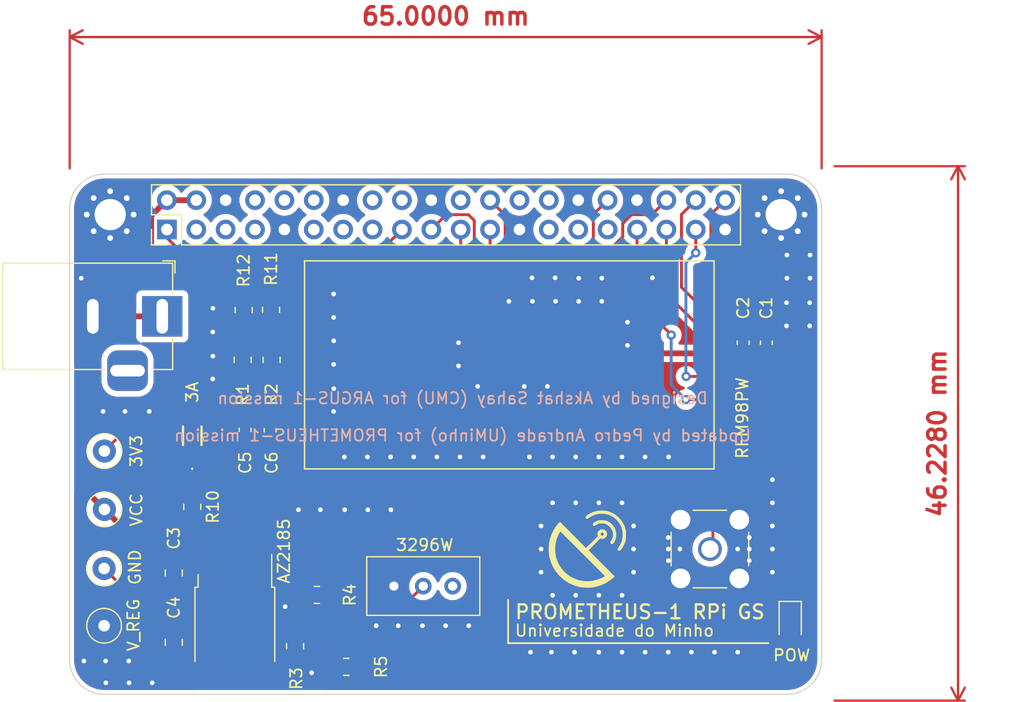
<source format=kicad_pcb>
(kicad_pcb (version 20221018) (generator pcbnew)
  (title_block (title "PROMETHEUS-1 Ground Station") (date "2024-01-14") (rev "v2") (company "LICENSE: CC BY 4.0") (comment 1 "Upgraded by Pedro Andrade (UMinho) for PROMETHEUS-1") (comment 2 "Designed by Akshat Sahay (CMU) for ARGUS-1"))
  (layers (0 "F.Cu" signal) (31 "B.Cu" signal) (34 "B.Paste" user) (35 "F.Paste" user) (36 "B.SilkS" user "B.Silkscreen") (37 "F.SilkS" user "F.Silkscreen") (38 "B.Mask" user) (39 "F.Mask" user) (44 "Edge.Cuts" user))
  (net 0 "")
  (net 1 "Net-(U2-VO)")
  (net 2 "GND")
  (net 3 "VCC")
  (net 5 "/V_REG")
  (net 13 "/RF_DIO5")
  (net 14 "/RF_DIO0")
  (net 15 "/RF_DIO1")
  (net 16 "/RF_DIO2")
  (net 17 "/RF_MOSI")
  (net 18 "/RF_MISO")
  (net 19 "/RF_DIO3")
  (net 20 "/RF_SCK")
  (net 21 "/RF_CS")
  (net 27 "/RF_RESET")
  (net 31 "/RF_DIO4")
  (net 34 "/RF_ANT")
  (net 35 "+3V3")
  (net 36 "/REG_ADJ")
  (net 37 "Net-(ERBRG3R00V1-Pad2)")
  (net 38 "/REG_POT")
  (net 39 "Net-(U1-3.3V)")
  (net 40 "Net-(J1-3V3-Pad1)")
  (net 41 "Net-(D1-A)")
  (footprint "Resistor_SMD:R_0805_2012Metric_Pad1.20x1.40mm_HandSolder" (layer "F.Cu") (at 126.699524 142.621 180)
    (fp_text reference "R5" (at -3 0 90) (layer "F.SilkS"))
    (fp_text value "200")
    (pad "1" smd roundrect (at -1 0 180) (size 1.2 1.4) (layers "F.Cu" "F.Paste" "F.Mask") (roundrect_rratio 0.2083333333) (net 41 "Net-(D1-A)"))
    (pad "2" smd roundrect (at 1 0 180) (size 1.2 1.4) (layers "F.Cu" "F.Paste" "F.Mask") (roundrect_rratio 0.2083333333) (net 5 "/V_REG"))
  )
  (footprint "Resistor_SMD:R_0805_2012Metric_Pad1.20x1.40mm_HandSolder" (layer "F.Cu") (at 113.380524 128.778 90)
    (fp_text reference "R10" (at 0 1.778 90) (layer "F.SilkS"))
    (fp_text value "0" hide)
    (pad "1" smd roundrect (at -1 0 90) (size 1.2 1.4) (layers "F.Cu" "F.Paste" "F.Mask") (roundrect_rratio 0.2083333333) (net 1 "Net-(U2-VO)"))
    (pad "2" smd roundrect (at 1 0 90) (size 1.2 1.4) (layers "F.Cu" "F.Paste" "F.Mask") (roundrect_rratio 0.2083333333) (net 5 "/V_REG"))
  )
  (footprint "TestPoint:TestPoint_Loop_D2.50mm_Drill1.0mm" (layer "F.Cu") (at 105.760524 134.112)
    (fp_text reference "J5" hide)
    (fp_text value "V_REG" hide)
    (pad "1" thru_hole circle (at 0 0) (size 2 2) (drill 1) (layers "*.Cu" "*.Mask") (net 5 "/V_REG"))
  )
  (footprint "TestPoint:TestPoint_Loop_D2.50mm_Drill1.0mm" (layer "F.Cu") (at 105.760524 139.065)
    (fp_text reference "J6" hide)
    (fp_text value "GND" hide)
    (pad "1" thru_hole circle (at 0 0) (size 2 2) (drill 1) (layers "*.Cu" "*.Mask") (net 2 "GND"))
  )
  (footprint "Resistor_SMD:R_0805_2012Metric_Pad1.20x1.40mm_HandSolder" (layer "F.Cu") (at 122.270524 140.827 90)
    (fp_text reference "R3" (at -2.81 0.11148 90) (layer "F.SilkS"))
    (fp_text value "2.8K" hide)
    (pad "1" smd roundrect (at -1 0 90) (size 1.2 1.4) (layers "F.Cu" "F.Paste" "F.Mask") (roundrect_rratio 0.2083333333) (net 1 "Net-(U2-VO)"))
    (pad "2" smd roundrect (at 1 0 90) (size 1.2 1.4) (layers "F.Cu" "F.Paste" "F.Mask") (roundrect_rratio 0.2083333333) (net 36 "/REG_ADJ"))
  )
  (footprint "Potentiometer_THT:Potentiometer_Bourns_3296W_Vertical" (layer "F.Cu") (at 130.81 135.636 180)
    (fp_text reference "3296W-1-502LF1" hide)
    (fp_text value "5K" hide)
    (pad "1" thru_hole circle (at 0 0 180) (size 1.44 1.44) (drill 0.8) (layers "*.Cu" "*.Mask") (net 2 "GND"))
    (pad "2" thru_hole circle (at -2.54 0 180) (size 1.44 1.44) (drill 0.8) (layers "*.Cu" "*.Mask") (net 38 "/REG_POT"))
    (pad "3" thru_hole circle (at -5.08 0 180) (size 1.44 1.44) (drill 0.8) (layers "*.Cu" "*.Mask"))
  )
  (footprint "Resistor_SMD:R_0805_2012Metric_Pad1.20x1.40mm_HandSolder" (layer "F.Cu") (at 120.238524 116.062 90)
    (fp_text reference "R2" (at -3 0 90) (layer "F.SilkS"))
    (fp_text value "10K" hide)
    (pad "1" smd roundrect (at -1 0 90) (size 1.2 1.4) (layers "F.Cu" "F.Paste" "F.Mask") (roundrect_rratio 0.2083333333) (net 21 "/RF_CS"))
    (pad "2" smd roundrect (at 1 0 90) (size 1.2 1.4) (layers "F.Cu" "F.Paste" "F.Mask") (roundrect_rratio 0.2083333333) (net 35 "+3V3"))
  )
  (footprint "Capacitor_SMD:C_0805_2012Metric_Pad1.18x1.45mm_HandSolder" (layer "F.Cu") (at 111.786044 134.5 -90)
    (fp_text reference "C3" (at -3 0 90) (layer "F.SilkS"))
    (fp_text value "10uF" hide)
    (pad "1" smd roundrect (at -1.0375 0 270) (size 1.175 1.45) (layers "F.Cu" "F.Paste" "F.Mask") (roundrect_rratio 0.2127659574) (net 3 "VCC"))
    (pad "2" smd roundrect (at 1.0375 0 270) (size 1.175 1.45) (layers "F.Cu" "F.Paste" "F.Mask") (roundrect_rratio 0.2127659574) (net 2 "GND"))
  )
  (footprint "Capacitor_SMD:C_0603_1608Metric_Pad1.08x0.95mm_HandSolder" (layer "F.Cu") (at 117.952524 122.121 -90)
    (fp_text reference "C5" (at 2.847 0 90) (layer "F.SilkS"))
    (fp_text value "0.1uF" hide)
    (pad "1" smd roundrect (at -0.8625 0 270) (size 1.075 0.95) (layers "F.Cu" "F.Paste" "F.Mask") (net 35 "+3V3"))
    (pad "2" smd roundrect (at 0.8625 0 270) (size 1.075 0.95) (layers "F.Cu" "F.Paste" "F.Mask") (net 2 "GND"))
  )
  (footprint "Capacitor_SMD:C_0603_1608Metric_Pad1.08x0.95mm_HandSolder" (layer "F.Cu") (at 161.005524 114.5805 90)
    (fp_text reference "C2" (at 3 0 90) (layer "F.SilkS"))
    (fp_text value "10uF")
    (pad "1" smd roundrect (at -0.8625 0 90) (size 1.075 0.95) (layers "F.Cu" "F.Paste" "F.Mask") (net 5 "/V_REG"))
    (pad "2" smd roundrect (at 0.8625 0 90) (size 1.075 0.95) (layers "F.Cu" "F.Paste" "F.Mask") (net 2 "GND"))
  )
  (footprint "Resistor_SMD:R_0805_2012Metric_Pad1.20x1.40mm_HandSolder" (layer "F.Cu") (at 117.825524 111.76 -90)
    (fp_text reference "R12" (at -3.429 0 90) (layer "F.SilkS"))
    (fp_text value "0" hide)
    (pad "1" smd roundrect (at -1 0 270) (size 1.2 1.4) (layers "F.Cu" "F.Paste" "F.Mask") (roundrect_rratio 0.2083333333) (net 40 "Net-(J1-3V3-Pad1)"))
    (pad "2" smd roundrect (at 1 0 270) (size 1.2 1.4) (layers "F.Cu" "F.Paste" "F.Mask") (roundrect_rratio 0.2083333333) (net 35 "+3V3"))
  )
  (footprint "Connector_Coaxial:SMA_Amphenol_901-144_Vertical" (layer "F.Cu") (at 158.132044 132.431)
    (fp_text reference "J2" hide)
    (fp_text value "Coax SMA")
    (pad "1" thru_hole circle (at 0 0) (size 2.05 2.05) (drill 1.5) (layers "*.Cu" "*.Mask") (net 34 "/RF_ANT"))
    (pad "2" thru_hole circle (at -2.54 -2.54) (size 2.25 2.25) (drill 1.7) (layers "*.Cu" "*.Mask") (net 2 "GND"))
    (pad "2" thru_hole circle (at -2.54 2.54) (size 2.25 2.25) (drill 1.7) (layers "*.Cu" "*.Mask") (net 2 "GND"))
    (pad "2" thru_hole circle (at 2.54 -2.54) (size 2.25 2.25) (drill 1.7) (layers "*.Cu" "*.Mask") (net 2 "GND"))
    (pad "2" thru_hole circle (at 2.54 2.54) (size 2.25 2.25) (drill 1.7) (layers "*.Cu" "*.Mask") (net 2 "GND"))
  )
  (footprint "Capacitor_SMD:C_0805_2012Metric_Pad1.18x1.45mm_HandSolder" (layer "F.Cu") (at 111.786044 140.5 90)
    (fp_text reference "C4" (at 3 0 90) (layer "F.SilkS"))
    (fp_text value "22uF" hide)
    (pad "1" smd roundrect (at -1.0375 0 90) (size 1.175 1.45) (layers "F.Cu" "F.Paste" "F.Mask") (roundrect_rratio 0.2127659574) (net 1 "Net-(U2-VO)"))
    (pad "2" smd roundrect (at 1.0375 0 90) (size 1.175 1.45) (layers "F.Cu" "F.Paste" "F.Mask") (roundrect_rratio 0.2127659574) (net 2 "GND"))
  )
  (footprint "MountingHole:MountingHole_2.7mm_M2.5_Pad_Via" (layer "F.Cu") (at 164.286044 103.5)
    (fp_text reference "H2" hide)
    (fp_text value "M")
    (pad "1" thru_hole circle (at -2.025 0) (size 0.8 0.8) (drill 0.5) (layers "*.Cu" "*.Mask") (net 2 "GND"))
    (pad "1" thru_hole circle (at -1.431891 -1.431891) (size 0.8 0.8) (drill 0.5) (layers "*.Cu" "*.Mask") (net 2 "GND"))
    (pad "1" thru_hole circle (at -1.431891 1.431891) (size 0.8 0.8) (drill 0.5) (layers "*.Cu" "*.Mask") (net 2 "GND"))
    (pad "1" thru_hole circle (at 0 -2.025) (size 0.8 0.8) (drill 0.5) (layers "*.Cu" "*.Mask") (net 2 "GND"))
    (pad "1" thru_hole circle (at 0 0) (size 5.4 5.4) (drill 2.7) (layers "*.Cu" "*.Mask") (net 2 "GND"))
    (pad "1" thru_hole circle (at 0 2.025) (size 0.8 0.8) (drill 0.5) (layers "*.Cu" "*.Mask") (net 2 "GND"))
    (pad "1" thru_hole circle (at 1.431891 -1.431891) (size 0.8 0.8) (drill 0.5) (layers "*.Cu" "*.Mask") (net 2 "GND"))
    (pad "1" thru_hole circle (at 1.431891 1.431891) (size 0.8 0.8) (drill 0.5) (layers "*.Cu" "*.Mask") (net 2 "GND"))
    (pad "1" thru_hole circle (at 2.025 0) (size 0.8 0.8) (drill 0.5) (layers "*.Cu" "*.Mask") (net 2 "GND"))
  )
  (footprint "Connector_PinSocket_2.54mm:PinSocket_2x20_P2.54mm_Vertical" (layer "F.Cu") (at 111.186044 104.79 90)
    (fp_text reference "J1" hide)
    (fp_text value "Raspberry_Pi_2_3")
    (pad "1" thru_hole rect (at 0 0 90) (size 1.7 1.7) (drill 1) (layers "*.Cu" "*.Mask") (net 40 "Net-(J1-3V3-Pad1)"))
    (pad "2" thru_hole oval (at 2.54 0 90) (size 1.7 1.7) (drill 1) (layers "*.Cu" "*.Mask") (net 37 "Net-(ERBRG3R00V1-Pad2)"))
    (pad "3" thru_hole oval (at 0 2.54 90) (size 1.7 1.7) (drill 1) (layers "*.Cu" "*.Mask"))
    (pad "4" thru_hole oval (at 2.54 2.54 90) (size 1.7 1.7) (drill 1) (layers "*.Cu" "*.Mask") (net 37 "Net-(ERBRG3R00V1-Pad2)"))
    (pad "5" thru_hole oval (at 0 5.08 90) (size 1.7 1.7) (drill 1) (layers "*.Cu" "*.Mask"))
    (pad "6" thru_hole oval (at 2.54 5.08 90) (size 1.7 1.7) (drill 1) (layers "*.Cu" "*.Mask") (net 2 "GND"))
    (pad "7" thru_hole oval (at 0 7.62 90) (size 1.7 1.7) (drill 1) (layers "*.Cu" "*.Mask"))
    (pad "8" thru_hole oval (at 2.54 7.62 90) (size 1.7 1.7) (drill 1) (layers "*.Cu" "*.Mask"))
    (pad "9" thru_hole oval (at 0 10.16 90) (size 1.7 1.7) (drill 1) (layers "*.Cu" "*.Mask") (net 2 "GND"))
    (pad "10" thru_hole oval (at 2.54 10.16 90) (size 1.7 1.7) (drill 1) (layers "*.Cu" "*.Mask"))
    (pad "11" thru_hole oval (at 0 12.7 90) (size 1.7 1.7) (drill 1) (layers "*.Cu" "*.Mask"))
    (pad "12" thru_hole oval (at 2.54 12.7 90) (size 1.7 1.7) (drill 1) (layers "*.Cu" "*.Mask"))
    (pad "13" thru_hole oval (at 0 15.24 90) (size 1.7 1.7) (drill 1) (layers "*.Cu" "*.Mask"))
    (pad "14" thru_hole oval (at 2.54 15.24 90) (size 1.7 1.7) (drill 1) (layers "*.Cu" "*.Mask") (net 2 "GND"))
    (pad "15" thru_hole oval (at 0 17.78 90) (size 1.7 1.7) (drill 1) (layers "*.Cu" "*.Mask"))
    (pad "16" thru_hole oval (at 2.54 17.78 90) (size 1.7 1.7) (drill 1) (layers "*.Cu" "*.Mask"))
    (pad "17" thru_hole oval (at 0 20.32 90) (size 1.7 1.7) (drill 1) (layers "*.Cu" "*.Mask") (net 40 "Net-(J1-3V3-Pad1)"))
    (pad "18" thru_hole oval (at 2.54 20.32 90) (size 1.7 1.7) (drill 1) (layers "*.Cu" "*.Mask"))
    (pad "19" thru_hole oval (at 0 22.86 90) (size 1.7 1.7) (drill 1) (layers "*.Cu" "*.Mask") (net 17 "/RF_MOSI"))
    (pad "20" thru_hole oval (at 2.54 22.86 90) (size 1.7 1.7) (drill 1) (layers "*.Cu" "*.Mask") (net 2 "GND"))
    (pad "21" thru_hole oval (at 0 25.4 90) (size 1.7 1.7) (drill 1) (layers "*.Cu" "*.Mask") (net 18 "/RF_MISO"))
    (pad "22" thru_hole oval (at 2.54 25.4 90) (size 1.7 1.7) (drill 1) (layers "*.Cu" "*.Mask"))
    (pad "23" thru_hole oval (at 0 27.94 90) (size 1.7 1.7) (drill 1) (layers "*.Cu" "*.Mask") (net 20 "/RF_SCK"))
    (pad "24" thru_hole oval (at 2.54 27.94 90) (size 1.7 1.7) (drill 1) (layers "*.Cu" "*.Mask") (net 21 "/RF_CS"))
    (pad "25" thru_hole oval (at 0 30.48 90) (size 1.7 1.7) (drill 1) (layers "*.Cu" "*.Mask") (net 2 "GND"))
    (pad "26" thru_hole oval (at 2.54 30.48 90) (size 1.7 1.7) (drill 1) (layers "*.Cu" "*.Mask"))
    (pad "27" thru_hole oval (at 0 33.02 90) (size 1.7 1.7) (drill 1) (layers "*.Cu" "*.Mask"))
    (pad "28" thru_hole oval (at 2.54 33.02 90) (size 1.7 1.7) (drill 1) (layers "*.Cu" "*.Mask"))
    (pad "29" thru_hole oval (at 0 35.56 90) (size 1.7 1.7) (drill 1) (layers "*.Cu" "*.Mask"))
    (pad "30" thru_hole oval (at 2.54 35.56 90) (size 1.7 1.7) (drill 1) (layers "*.Cu" "*.Mask") (net 2 "GND"))
    (pad "31" thru_hole oval (at 0 38.1 90) (size 1.7 1.7) (drill 1) (layers "*.Cu" "*.Mask"))
    (pad "32" thru_hole oval (at 2.54 38.1 90) (size 1.7 1.7) (drill 1) (layers "*.Cu" "*.Mask") (net 27 "/RF_RESET"))
    (pad "33" thru_hole oval (at 0 40.64 90) (size 1.7 1.7) (drill 1) (layers "*.Cu" "*.Mask") (net 19 "/RF_DIO3"))
    (pad "34" thru_hole oval (at 2.54 40.64 90) (size 1.7 1.7) (drill 1) (layers "*.Cu" "*.Mask") (net 2 "GND"))
    (pad "35" thru_hole oval (at 0 43.18 90) (size 1.7 1.7) (drill 1) (layers "*.Cu" "*.Mask") (net 14 "/RF_DIO0"))
    (pad "36" thru_hole oval (at 2.54 43.18 90) (size 1.7 1.7) (drill 1) (layers "*.Cu" "*.Mask") (net 13 "/RF_DIO5"))
    (pad "37" thru_hole oval (at 0 45.72 90) (size 1.7 1.7) (drill 1) (layers "*.Cu" "*.Mask") (net 31 "/RF_DIO4"))
    (pad "38" thru_hole oval (at 2.54 45.72 90) (size 1.7 1.7) (drill 1) (layers "*.Cu" "*.Mask") (net 15 "/RF_DIO1"))
    (pad "39" thru_hole oval (at 0 48.26 90) (size 1.7 1.7) (drill 1) (layers "*.Cu" "*.Mask") (net 2 "GND"))
    (pad "40" thru_hole oval (at 2.54 48.26 90) (size 1.7 1.7) (drill 1) (layers "*.Cu" "*.Mask") (net 16 "/RF_DIO2"))
  )
  (footprint "Package_TO_SOT_SMD:TO-252-2" (layer "F.Cu") (at 117.066044 139.04 -90)
    (fp_text reference "U2" hide)
    (fp_text value "AZ2185D-ADJTRG1\n" hide)
    (pad "1" smd roundrect (at -5.04 -2.28 270) (size 2.2 1.2) (layers "F.Cu" "F.Paste" "F.Mask") (roundrect_rratio 0.2083333333) (net 36 "/REG_ADJ"))
    (pad "2" smd roundrect (at -0.415 -1.525 270) (size 3.05 2.75) (layers "F.Cu" "F.Paste") (roundrect_rratio 0.09090909091) (net 1 "Net-(U2-VO)"))
    (pad "2" smd roundrect (at -0.415 1.525 270) (size 3.05 2.75) (layers "F.Cu" "F.Paste") (roundrect_rratio 0.09090909091) (net 1 "Net-(U2-VO)"))
    (pad "2" smd roundrect (at 1.26 0 270) (size 6.4 5.8) (layers "F.Cu" "F.Mask") (roundrect_rratio 0.04310293103) (net 1 "Net-(U2-VO)"))
    (pad "2" smd roundrect (at 2.935 -1.525 270) (size 3.05 2.75) (layers "F.Cu" "F.Paste") (roundrect_rratio 0.09090909091) (net 1 "Net-(U2-VO)"))
    (pad "2" smd roundrect (at 2.935 1.525 270) (size 3.05 2.75) (layers "F.Cu" "F.Paste") (roundrect_rratio 0.09090909091) (net 1 "Net-(U2-VO)"))
    (pad "3" smd roundrect (at -5.04 2.28 270) (size 2.2 1.2) (layers "F.Cu" "F.Paste" "F.Mask") (roundrect_rratio 0.2083333333) (net 3 "VCC"))
  )
  (footprint "Resistor_SMD:R_0805_2012Metric_Pad1.20x1.40mm_HandSolder" (layer "F.Cu") (at 117.738524 116.062 90)
    (fp_text reference "R1" (at -3 0 90) (layer "F.SilkS"))
    (fp_text value "10K" hide)
    (pad "1" smd roundrect (at -1 0 90) (size 1.2 1.4) (layers "F.Cu" "F.Paste" "F.Mask") (roundrect_rratio 0.2083333333) (net 27 "/RF_RESET"))
    (pad "2" smd roundrect (at 1 0 90) (size 1.2 1.4) (layers "F.Cu" "F.Paste" "F.Mask") (roundrect_rratio 0.2083333333) (net 35 "+3V3"))
  )
  (footprint "Resistor_SMD:R_0805_2012Metric_Pad1.20x1.40mm_HandSolder" (layer "F.Cu") (at 120.1928 111.744 90)
    (fp_text reference "R11" (at 3.54 0 90) (layer "F.SilkS"))
    (fp_text value "0")
    (pad "1" smd roundrect (at -1 0 90) (size 1.2 1.4) (layers "F.Cu" "F.Paste" "F.Mask") (roundrect_rratio 0.2083333333) (net 35 "+3V3"))
    (pad "2" smd roundrect (at 1 0 90) (size 1.2 1.4) (layers "F.Cu" "F.Paste" "F.Mask") (roundrect_rratio 0.2083333333) (net 39 "Net-(U1-3.3V)"))
  )
  (footprint "RF_Module_HOPERF:RFM95PW" (layer "F.Cu") (at 140.786044 116)
    (fp_text reference "U1" hide)
    (fp_text value "RFM98PW" hide)
    (pad "1" smd rect (at 17.6 7.5) (size 2 1.3) (layers "F.Cu" "F.Paste" "F.Mask") (net 34 "/RF_ANT"))
    (pad "2" smd rect (at 17.6 5.5) (size 2 1.3) (layers "F.Cu" "F.Paste" "F.Mask") (net 2 "GND"))
    (pad "3" smd rect (at 17.6 3.5) (size 2 1.3) (layers "F.Cu" "F.Paste" "F.Mask") (net 19 "/RF_DIO3"))
    (pad "4" smd rect (at 17.6 1.5) (size 2 1.3) (layers "F.Cu" "F.Paste" "F.Mask") (net 31 "/RF_DIO4"))
    (pad "5" smd rect (at 17.6 -0.5) (size 2 1.3) (layers "F.Cu" "F.Paste" "F.Mask") (net 5 "/V_REG"))
    (pad "6" smd rect (at 17.6 -2.5) (size 2 1.3) (layers "F.Cu" "F.Paste" "F.Mask") (net 14 "/RF_DIO0"))
    (pad "7" smd rect (at 17.6 -4.5) (size 2 1.3) (layers "F.Cu" "F.Paste" "F.Mask") (net 15 "/RF_DIO1"))
    (pad "8" smd rect (at 17.6 -6.5) (size 2 1.3) (layers "F.Cu" "F.Paste" "F.Mask") (net 16 "/RF_DIO2"))
    (pad "9" smd rect (at -17.4 -6.5) (size 2 1.3) (layers "F.Cu" "F.Paste" "F.Mask") (net 39 "Net-(U1-3.3V)"))
    (pad "10" smd rect (at -17.4 -4.5) (size 2 1.3) (layers "F.Cu" "F.Paste" "F.Mask") (net 18 "/RF_MISO"))
    (pad "11" smd rect (at -17.4 -2.5) (size 2 1.3) (layers "F.Cu" "F.Paste" "F.Mask") (net 17 "/RF_MOSI"))
    (pad "12" smd rect (at -17.4 -0.5) (size 2 1.3) (layers "F.Cu" "F.Paste" "F.Mask") (net 20 "/RF_SCK"))
    (pad "13" smd rect (at -17.4 1.5) (size 2 1.3) (layers "F.Cu" "F.Paste" "F.Mask") (net 21 "/RF_CS"))
    (pad "14" smd rect (at -17.4 3.5) (size 2 1.3) (layers "F.Cu" "F.Paste" "F.Mask") (net 27 "/RF_RESET"))
    (pad "15" smd rect (at -17.4 5.5) (size 2 1.3) (layers "F.Cu" "F.Paste" "F.Mask") (net 13 "/RF_DIO5"))
    (pad "16" smd rect (at -17.4 7.5) (size 2 1.3) (layers "F.Cu" "F.Paste" "F.Mask") (net 2 "GND"))
    (pad "17" smd rect (at 3.0325 -1.25) (size 11.5 4.7) (layers "F.Cu" "F.Mask") (net 2 "GND"))
  )
  (footprint "Connector_BarrelJack:BarrelJack_Horizontal" (layer "F.Cu") (at 110.786044 112.3)
    (fp_text reference "J3" hide)
    (fp_text value "Barrel_Jack")
    (pad "1" thru_hole rect (at 0 0) (size 3.5 3.5) (drill oval 1 3) (layers "*.Cu" "*.Mask") (net 3 "VCC"))
    (pad "2" thru_hole roundrect (at -6 0) (size 3 3.5) (drill oval 1 3) (layers "*.Cu" "*.Mask") (net 2 "GND"))
    (pad "3" thru_hole roundrect (at -3 4.7) (size 3.5 3.5) (drill oval 3 1) (layers "*.Cu" "*.Mask"))
  )
  (footprint "Capacitor_SMD:C_0603_1608Metric_Pad1.08x0.95mm_HandSolder" (layer "F.Cu") (at 163.005524 114.5805 90)
    (fp_text reference "C1" (at 3 0 90) (layer "F.SilkS"))
    (fp_text value "0.1uF")
    (pad "1" smd roundrect (at -0.8625 0 90) (size 1.075 0.95) (layers "F.Cu" "F.Paste" "F.Mask") (net 5 "/V_REG"))
    (pad "2" smd roundrect (at 0.8625 0 90) (size 1.075 0.95) (layers "F.Cu" "F.Paste" "F.Mask") (net 2 "GND"))
  )
  (footprint ".MyLib:ERBRG4R00V" (layer "F.Cu") (at 113.380524 122.629 90)
    (fp_text reference "ERBRG3R00V1" hide)
    (fp_text value "3A" hide)
    (pad "1" smd rect (at -1.725 0 90) (size 1.25 1.5) (layers "F.Cu" "F.Paste" "F.Mask") (net 5 "/V_REG"))
    (pad "2" smd rect (at 1.725 0 90) (size 1.25 1.5) (layers "F.Cu" "F.Paste" "F.Mask") (net 37 "Net-(ERBRG3R00V1-Pad2)"))
  )
  (footprint "Resistor_SMD:R_0805_2012Metric_Pad1.20x1.40mm_HandSolder" (layer "F.Cu") (at 124.159524 136.398)
    (fp_text reference "R4" (at 2.840476 0 90) (layer "F.SilkS"))
    (fp_text value "8.2K" hide)
    (pad "1" smd roundrect (at -1 0) (size 1.2 1.4) (layers "F.Cu" "F.Paste" "F.Mask") (roundrect_rratio 0.2083333333) (net 36 "/REG_ADJ"))
    (pad "2" smd roundrect (at 1 0) (size 1.2 1.4) (layers "F.Cu" "F.Paste" "F.Mask") (roundrect_rratio 0.2083333333) (net 38 "/REG_POT"))
  )
  (footprint "LED_SMD:LED_0805_2012Metric_Pad1.15x1.40mm_HandSolder" (layer "F.Cu") (at 165.069524 138.82 -90)
    (fp_text reference "D1" hide)
    (fp_text value "POW" (at 2.803 -0.127) (layer "F.SilkS"))
    (pad "1" smd roundrect (at -1.025 0 270) (size 1.15 1.4) (layers "F.Cu" "F.Paste" "F.Mask") (roundrect_rratio 0.2173913043) (net 2 "GND"))
    (pad "2" smd roundrect (at 1.025 0 270) (size 1.15 1.4) (layers "F.Cu" "F.Paste" "F.Mask") (roundrect_rratio 0.2173913043) (net 41 "Net-(D1-A)"))
  )
  (footprint "TestPoint:TestPoint_Loop_D2.50mm_Drill1.0mm" (layer "F.Cu") (at 105.786044 123.952)
    (fp_text reference "J7" hide)
    (fp_text value "3.3V" hide)
    (pad "1" thru_hole circle (at 0 0) (size 2 2) (drill 1) (layers "*.Cu" "*.Mask") (net 35 "+3V3"))
  )
  (footprint "Capacitor_SMD:C_0603_1608Metric_Pad1.08x0.95mm_HandSolder" (layer "F.Cu") (at 120.111524 122.1475 -90)
    (fp_text reference "C6" (at 2.8205 -0.127 90) (layer "F.SilkS"))
    (fp_text value "0.1uF" hide)
    (pad "1" smd roundrect (at -0.8625 0 270) (size 1.075 0.95) (layers "F.Cu" "F.Paste" "F.Mask") (net 35 "+3V3"))
    (pad "2" smd roundrect (at 0.8625 0 270) (size 1.075 0.95) (layers "F.Cu" "F.Paste" "F.Mask") (net 2 "GND"))
  )
  (footprint "TestPoint:TestPoint_Loop_D2.50mm_Drill1.0mm" (layer "F.Cu") (at 105.786044 129)
    (fp_text reference "J4" hide)
    (fp_text value "VCC" hide)
    (pad "1" thru_hole circle (at 0 0) (size 2 2) (drill 1) (layers "*.Cu" "*.Mask") (net 3 "VCC"))
  )
  (footprint "MountingHole:MountingHole_2.7mm_M2.5_Pad_Via" (layer "F.Cu") (at 106.286044 103.5)
    (fp_text reference "H1" hide)
    (fp_text value "M")
    (pad "1" thru_hole circle (at -2.025 0) (size 0.8 0.8) (drill 0.5) (layers "*.Cu" "*.Mask") (net 2 "GND"))
    (pad "1" thru_hole circle (at -1.431891 -1.431891) (size 0.8 0.8) (drill 0.5) (layers "*.Cu" "*.Mask") (net 2 "GND"))
    (pad "1" thru_hole circle (at -1.431891 1.431891) (size 0.8 0.8) (drill 0.5) (layers "*.Cu" "*.Mask") (net 2 "GND"))
    (pad "1" thru_hole circle (at 0 -2.025) (size 0.8 0.8) (drill 0.5) (layers "*.Cu" "*.Mask") (net 2 "GND"))
    (pad "1" thru_hole circle (at 0 0) (size 5.4 5.4) (drill 2.7) (layers "*.Cu" "*.Mask") (net 2 "GND"))
    (pad "1" thru_hole circle (at 0 2.025) (size 0.8 0.8) (drill 0.5) (layers "*.Cu" "*.Mask") (net 2 "GND"))
    (pad "1" thru_hole circle (at 1.431891 -1.431891) (size 0.8 0.8) (drill 0.5) (layers "*.Cu" "*.Mask") (net 2 "GND"))
    (pad "1" thru_hole circle (at 1.431891 1.431891) (size 0.8 0.8) (drill 0.5) (layers "*.Cu" "*.Mask") (net 2 "GND"))
    (pad "1" thru_hole circle (at 2.025 0) (size 0.8 0.8) (drill 0.5) (layers "*.Cu" "*.Mask") (net 2 "GND"))
  )
  (footprint "LOGO" (layer "F.Cu") (at 147.532044 132.431)
    (fp_text reference "G***" hide)
    (fp_text value "LOGO" hide)
  )
  (gr_line (start 140.685524 140.073) (end 140.685524 140.573) (stroke (width 0.15)) (layer "F.SilkS"))
  (gr_line (start 140.685524 140.573) (end 163.185524 140.573) (stroke (width 0.15)) (layer "F.SilkS"))
  (gr_line (start 140.685524 140.073) (end 140.685524 136.823) (stroke (width 0.15)) (layer "F.SilkS"))
  (gr_line (start 167.786048 103) (end 167.786048 137) (stroke (width 0.1)) (layer "Edge.Cuts"))
  (gr_arc (start 164.786048 100) (mid 166.907417 100.878653) (end 167.786048 103) (stroke (width 0.1)) (layer "Edge.Cuts"))
  (gr_line (start 102.786048 103) (end 102.786048 137) (stroke (width 0.1)) (layer "Edge.Cuts"))
  (gr_arc (start 102.786048 103) (mid 103.664758 100.878717) (end 105.786048 100) (stroke (width 0.1)) (layer "Edge.Cuts"))
  (gr_line (start 164.786048 145) (end 105.786048 145) (stroke (width 0.1)) (layer "Edge.Cuts"))
  (gr_line (start 102.786048 137) (end 102.786048 142) (stroke (width 0.1)) (layer "Edge.Cuts"))
  (gr_arc (start 105.786048 145) (mid 103.664777 144.121293) (end 102.786048 142) (stroke (width 0.1)) (layer "Edge.Cuts"))
  (gr_line (start 167.786048 137) (end 167.786048 142) (stroke (width 0.1)) (layer "Edge.Cuts"))
  (gr_line (start 105.786048 100) (end 164.786048 100) (stroke (width 0.1)) (layer "Edge.Cuts"))
  (gr_arc (start 167.786048 142) (mid 166.907399 144.121358) (end 164.786048 145) (stroke (width 0.1)) (layer "Edge.Cuts"))
  (gr_text "Designed by Akshat Sahay (CMU) for ARGUS-1 mission\n\nUpdated by Pedro Andrade (UMinho) for PROMETHEUS-1 mission\n" (at 136.748524 123.19) (layer "B.SilkS") (effects (font (size 1 1)) (justify bottom mirror)))
  (gr_text "3296W" (at 133.477 132.08) (layer "F.SilkS") (effects (font (size 1 1))))
  (gr_text "RFM98PW" (at 161.513524 124.714 90) (layer "F.SilkS") (effects (font (size 1 1)) (justify left bottom)))
  (gr_text "VCC" (at 108.554524 129.032 90) (layer "F.SilkS") (effects (font (size 1 1))))
  (gr_text "GND" (at 108.427524 134 90) (layer "F.SilkS") (effects (font (size 1 1))))
  (gr_text "3A\n" (at 113.380524 118.872 90) (layer "F.SilkS") (effects (font (size 1 1))))
  (gr_text "3V3" (at 108.554524 123.952 90) (layer "F.SilkS") (effects (font (size 1 1))))
  (gr_text "AZ2185" (at 121.889524 135.509 90) (layer "F.SilkS") (effects (font (size 1 1)) (justify left bottom)))
  (gr_text "PROMETHEUS-1 RPi GS" (at 141.185524 138.573) (layer "F.SilkS") (effects (font (size 1.2 1.2) (thickness 0.2)) (justify left bottom)))
  (gr_text "Universidade do Minho" (at 141.185524 140.073) (layer "F.SilkS") (effects (font (size 1 1)) (justify left bottom)))
  (gr_text "V_REG\n" (at 108.300524 139 90) (layer "F.SilkS") (effects (font (size 1 1))))
  (dimension (type aligned) (layer "F.Cu") (pts (xy 168.402 145.542) (xy 168.402 99.314)) (height 11.176) (gr_text "46.2280 mm" (at 177.778 122.428 90) (layer "F.Cu") (effects (font (size 1.5 1.5) (thickness 0.3)))) (format (prefix "") (suffix "") (units 3) (units_format 1) (precision 4)) (style (thickness 0.2) (arrow_length 1.27) (text_position_mode 0) (extension_height 0.58642) (extension_offset 0.5) keep_text_aligned))
  (dimension (type aligned) (layer "F.Cu") (pts (xy 102.786048 100) (xy 167.786048 100)) (height -11.862) (gr_text "65.0000 mm" (at 135.286048 86.338) (layer "F.Cu") (effects (font (size 1.5 1.5) (thickness 0.3)))) (format (prefix "") (suffix "") (units 3) (units_format 1) (precision 4)) (style (thickness 0.2) (arrow_length 1.27) (text_position_mode 0) (extension_height 0.58642) (extension_offset 0.5) keep_text_aligned))
  (segment (start 113.380524 129.778) (end 114.507524 129.778) (width 0.5) (layer "F.Cu") (net 1))
  (segment (start 117.190524 132.461) (end 117.190524 140.17552) (width 0.5) (layer "F.Cu") (net 1))
  (segment (start 118.593044 141.827) (end 121.959044 141.827) (width 0.2) (layer "F.Cu") (net 1))
  (segment (start 114.507524 129.778) (end 117.190524 132.461) (width 0.5) (layer "F.Cu") (net 1))
  (segment (start 111.786044 141.5375) (end 115.103544 141.5375) (width 0.2) (layer "F.Cu") (net 1))
  (segment (start 143.818544 114.75) (end 135.068544 123.5) (width 0.25) (layer "F.Cu") (net 2))
  (segment (start 135.068544 123.5) (end 123.386044 123.5) (width 0.25) (layer "F.Cu") (net 2))
  (via (at 115.151985 113.650962) (size 0.8) (drill 0.4) (layers "F.Cu" "B.Cu") (net 2))
  (via (at 115.151985 117.714962) (size 0.8) (drill 0.4) (layers "F.Cu" "B.Cu") (net 2))
  (via (at 137.28 139.065) (size 0.8) (drill 0.4) (layers "F.Cu" "B.Cu") (net 2))
  (via (at 151.532044 132.431) (size 0.8) (drill 0.4) (layers "F.Cu" "B.Cu") (net 2))
  (via (at 107.918 144) (size 0.8) (drill 0.4) (layers "F.Cu" "B.Cu") (net 2))
  (via (at 166.751 111.125) (size 0.8) (drill 0.4) (layers "F.Cu" "B.Cu") (net 2))
  (via (at 166.751 113.125) (size 0.8) (drill 0.4) (layers "F.Cu" "B.Cu") (net 2))
  (via (at 125.603 120.523) (size 0.8) (drill 0.4) (layers "F.Cu" "B.Cu") (net 2))
  (via (at 134.527 124.46) (size 0.8) (drill 0.4) (layers "F.Cu" "B.Cu") (net 2))
  (via (at 144.748 108.966) (size 0.8) (drill 0.4) (layers "F.Cu" "B.Cu") (net 2))
  (via (at 140.754044 111) (size 0.8) (drill 0.4) (layers "F.Cu" "B.Cu") (net 2))
  (via (at 154.559 124.46) (size 0.8) (drill 0.4) (layers "F.Cu" "B.Cu") (net 2))
  (via (at 166.786044 107) (size 0.8) (drill 0.4) (layers "F.Cu" "B.Cu") (net 2))
  (via (at 144.786044 111) (size 0.8) (drill 0.4) (layers "F.Cu" "B.Cu") (net 2))
  (via (at 133.28 139.065) (size 0.8) (drill 0.4) (layers "F.Cu" "B.Cu") (net 2))
  (via (at 146.527 124.46) (size 0.8) (drill 0.4) (layers "F.Cu" "B.Cu") (net 2))
  (via (at 125.603 112.395) (size 0.8) (drill 0.4) (layers "F.Cu" "B.Cu") (net 2))
  (via (at 132.527 124.46) (size 0.8) (drill 0.4) (layers "F.Cu" "B.Cu") (net 2))
  (via (at 158.528 141.351) (size 0.8) (drill 0.4) (layers "F.Cu" "B.Cu") (net 2))
  (via (at 154.532044 131.431) (size 0.8) (drill 0.4) (layers "F.Cu" "B.Cu") (net 2))
  (via (at 148.527 124.46) (size 0.8) (drill 0.4) (layers "F.Cu" "B.Cu") (net 2))
  (via (at 151.532044 130.431) (size 0.8) (drill 0.4) (layers "F.Cu" "B.Cu") (net 2))
  (via (at 166.786044 109) (size 0.8) (drill 0.4) (layers "F.Cu" "B.Cu") (net 2))
  (via (at 148.786044 111) (size 0.8) (drill 0.4) (layers "F.Cu" "B.Cu") (net 2))
  (via (at 126.527 124.46) (size 0.8) (drill 0.4) (layers "F.Cu" "B.Cu") (net 2))
  (via (at 142.786044 111) (size 0.8) (drill 0.4) (layers "F.Cu" "B.Cu") (net 2))
  (via (at 125.614615 114.415638) (size 0.8) (drill 0.4) (layers "F.Cu" "B.Cu") (net 2))
  (via (at 109.666044 120.523) (size 0.8) (drill 0.4) (layers "F.Cu" "B.Cu") (net 2))
  (via (at 142.527 124.46) (size 0.8) (drill 0.4) (layers "F.Cu" "B.Cu") (net 2))
  (via (at 125.603 116.459) (size 0.8) (drill 0.4) (layers "F.Cu" "B.Cu") (net 2))
  (via (at 109.918 144) (size 0.8) (drill 0.4) (layers "F.Cu" "B.Cu") (net 2))
  (via (at 151.003 114.808) (size 0.8) (drill 0.4) (layers "F.Cu" "B.Cu") (net 2))
  (via (at 124.458956 129.032) (size 0.8) (drill 0.4) (layers "F.Cu" "B.Cu") (net 2))
  (via (at 104.013 142.113) (size 0.8) (drill 0.4) (layers "F.Cu" "B.Cu") (net 2))
  (via (at 164.751 111.125) (size 0.8) (drill 0.4) (layers "F.Cu" "B.Cu") (net 2))
  (via (at 146.786044 111) (size 0.8) (drill 0.4) (layers "F.Cu" "B.Cu") (net 2))
  (via (at 164.751 113.125) (size 0.8) (drill 0.4) (layers "F.Cu" "B.Cu") (net 2))
  (via (at 103.786044 109) (size 0.8) (drill 0.4) (layers "F.Cu" "B.Cu") (net 2))
  (via (at 131.182956 139.065) (size 0.8) (drill 0.4) (layers "F.Cu" "B.Cu") (net 2))
  (via (at 160.532044 132.431) (size 0.8) (drill 0.4) (layers "F.Cu" "B.Cu") (net 2))
  (via (at 161.532044 131.431) (size 0.8) (drill 0.4) (layers "F.Cu" "B.Cu") (net 2))
  (via (at 144.081 118.364) (size 0.8) (drill 0.4) (layers "F.Cu" "B.Cu") (net 2))
  (via (at 138.527 124.46) (size 0.8) (drill 0.4) (layers "F.Cu" "B.Cu") (net 2))
  (via (at 138.049 118.364) (size 0.8) (drill 0.4) (layers "F.Cu" "B.Cu") (net 2))
  (via (at 122.562 129.032) (size 0.8) (drill 0.4) (layers "F.Cu" "B.Cu") (net 2))
  (via (at 128.527 124.46) (size 0.8) (drill 0.4) (layers "F.Cu" "B.Cu") (net 2))
  (via (at 164.786044 107) (size 0.8) (drill 0.4) (layers "F.Cu" "B.Cu") (net 2))
  (via (at 154.532044 133.431) (size 0.8) (drill 0.4) (layers "F.Cu" "B.Cu") (net 2))
  (via (at 163.532044 134.431) (size 0.8) (drill 0.4) (layers "F.Cu" "B.Cu") (net 2))
  (via (at 130.556 129.032) (size 0.8) (drill 0.4) (layers "F.Cu" "B.Cu") (net 2))
  (via (at 151.532044 134.431) (size 0.8) (drill 0.4) (layers "F.Cu" "B.Cu") (net 2))
  (via (at 154.532044 132.431) (size 0.8) (drill 0.4) (layers "F.Cu" "B.Cu") (net 2))
  (via (at 142.621 141.351) (size 0.8) (drill 0.4) (layers "F.Cu" "B.Cu") (net 2))
  (via (at 148.528 141.351) (size 0.8) (drill 0.4) (layers "F.Cu" "B.Cu") (net 2))
  (via (at 152.528 141.351) (size 0.8) (drill 0.4) (layers "F.Cu" "B.Cu") (net 2))
  (via (at 148.532044 136.431) (size 0.8) (drill 0.4) (layers "F.Cu" "B.Cu") (net 2))
  (via (at 150.532044 128.431) (size 0.8) (drill 0.4) (layers "F.Cu" "B.Cu") (net 2))
  (via (at 125.603 110.363) (size 0.8) (drill 0.4) (layers "F.Cu" "B.Cu") (net 2))
  (via (at 130.527 124.46) (size 0.8) (drill 0.4) (layers "F.Cu" "B.Cu") (net 2))
  (via (at 115.1636 111.6076) (size 0.8) (drill 0.4) (layers "F.Cu" "B.Cu") (net 2))
  (via (at 146.786044 109) (size 0.8) (drill 0.4) (layers "F.Cu" "B.Cu") (net 2))
  (via (at 163.532044 128.431) (size 0.8) (drill 0.4) (layers "F.Cu" "B.Cu") (net 2))
  (via (at 126.556 129.032) (size 0.8) (drill 0.4) (layers "F.Cu" "B.Cu") (net 2))
  (via (at 143.532044 134.431) (size 0.8) (drill 0.4) (layers "F.Cu" "B.Cu") (net 2))
  (via (at 151.003 112.808) (size 0.8) (drill 0.4) (layers "F.Cu" "B.Cu") (net 2))
  (via (at 144.532044 128.431) (size 0.8) (drill 0.4) (layers "F.Cu" "B.Cu") (net 2))
  (via (at 154.528 141.351) (size 0.8) (drill 0.4) (layers "F.Cu" "B.Cu") (net 2))
  (via (at 129.286 139.065) (size 0.8) (drill 0.4) (layers "F.Cu" "B.Cu") (net 2))
  (via (at 142.748 108.966) (size 0.8) (drill 0.4) (layers "F.Cu" "B.Cu") (net 2))
  (via (at 164.786044 109) (size 0.8) (drill 0.4) (layers "F.Cu" "B.Cu") (net 2))
  (via (at 163.532044 126.431) (size 0.8) (drill 0.4) (layers "F.Cu" "B.Cu") (net 2))
  (via (at 128.556 129.032) (size 0.8) (drill 0.4) (layers "F.Cu" "B.Cu") (net 2))
  (via (at 163.532044 132.431) (size 0.8) (drill 0.4) (layers "F.Cu" "B.Cu") (net 2))
  (via (at 152.527 124.46) (size 0.8) (drill 0.4) (layers "F.Cu" "B.Cu") (net 2))
  (via (at 153.162 108.966) (size 0.8) (drill 0.4) (layers "F.Cu" "B.Cu") (net 2))
  (via (at 136.398 114.586) (size 0.8) (drill 0.4) (layers "F.Cu" "B.Cu") (net 2))
  (via (at 146.532044 128.431) (size 0.8) (drill 0.4) (layers "F.Cu" "B.Cu") (net 2))
  (via (at 115.1636 115.744316) (size 0.8) (drill 0.4) (layers "F.Cu" "B.Cu") (net 2))
  (via (at 144.527 124.46) (size 0.8) (drill 0.4) (layers "F.Cu" "B.Cu") (net 2))
  (via (at 136.527 124.46) (size 0.8) (drill 0.4) (layers "F.Cu" "B.Cu") (net 2))
  (via (at 142.081 118.364) (size 0.8) (drill 0.4) (layers "F.Cu" "B.Cu") (net 2))
  (via (at 123.698 143.129) (size 0.8) (drill 0.4) (layers "F.Cu" "B.Cu") (net 2))
  (via (at 135.28 139.065) (size 0.8) (drill 0.4) (layers "F.Cu" "B.Cu") (net 2))
  (via (at 143.532044 130.431) (size 0.8) (drill 0.4) (layers "F.Cu" "B.Cu") (net 2))
  (via (at 144.532044 136.431) (size 0.8) (drill 0.4) (layers "F.Cu" "B.Cu") (net 2))
  (via (at 156.528 141.351) (size 0.8) (drill 0.4) (layers "F.Cu" "B.Cu") (net 2))
  (via (at 121.412 137.414) (size 0.8) (drill 0.4) (layers "F.Cu" "B.Cu") (net 2))
  (via (at 161.532044 133.431) (size 0.8) (drill 0.4) (layers "F.Cu" "B.Cu") (net 2))
  (via (at 150.528 141.351) (size 0.8) (drill 0.4) (layers "F.Cu" "B.Cu") (net 2))
  (via (at 163.532044 130.431) (size 0.8) (drill 0.4) (layers "F.Cu" "B.Cu") (net 2))
  (via (at 144.431 141.351) (size 0.8) (drill 0.4) (layers "F.Cu" "B.Cu") (net 2))
  (via (at 107.569 120.523) (size 0.8) (drill 0.4) (layers "F.Cu" "B.Cu") (net 2))
  (via (at 160.528 141.351) (size 0.8) (drill 0.4) (layers "F.Cu" "B.Cu") (net 2))
  (via (at 146.431 141.351) (size 0.8) (drill 0.4) (layers "F.Cu" "B.Cu") (net 2))
  (via (at 161.532044 132.431) (size 0.8) (drill 0.4) (layers "F.Cu" "B.Cu") (net 2))
  (via (at 107.891956 142.113) (size 0.8) (drill 0.4) (layers "F.Cu" "B.Cu") (net 2))
  (via (at 143.532044 132.431) (size 0.8) (drill 0.4) (layers "F.Cu" "B.Cu") (net 2))
  (via (at 148.532044 128.431) (size 0.8) (drill 0.4) (layers "F.Cu" "B.Cu") (net 2))
  (via (at 105.672044 120.523) (size 0.8) (drill 0.4) (layers "F.Cu" "B.Cu") (net 2))
  (via (at 136.398 116.586) (size 0.8) (drill 0.4) (layers "F.Cu" "B.Cu") (net 2))
  (via (at 146.532044 136.431) (size 0.8) (drill 0.4) (layers "F.Cu" "B.Cu") (net 2))
  (via (at 148.786044 109) (size 0.8) (drill 0.4) (layers "F.Cu" "B.Cu") (net 2))
  (via (at 150.532044 136.431) (size 0.8) (drill 0.4) (layers "F.Cu" "B.Cu") (net 2))
  (via (at 105.918 144) (size 0.8) (drill 0.4) (layers "F.Cu" "B.Cu") (net 2))
  (via (at 125.614615 118.552354) (size 0.8) (drill 0.4) (layers "F.Cu" "B.Cu") (net 2))
  (via (at 150.527 124.46) (size 0.8) (drill 0.4) (layers "F.Cu" "B.Cu") (net 2))
  (via (at 155.532044 132.431) (size 0.8) (drill 0.4) (layers "F.Cu" "B.Cu") (net 2))
  (via (at 105.891956 142.113) (size 0.8) (drill 0.4) (layers "F.Cu" "B.Cu") (net 2))
  (segment (start 103.759 126.972956) (end 103.759 116.967) (width 0.5) (layer "F.Cu") (net 3))
  (segment (start 108.426 112.3) (end 110.786044 112.3) (width 0.5) (layer "F.Cu") (net 3))
  (segment (start 103.759 116.967) (end 108.426 112.3) (width 0.5) (layer "F.Cu") (net 3))
  (segment (start 112.323544 134) (end 111.786044 133.4625) (width 0.5) (layer "F.Cu") (net 3))
  (segment (start 111.786044 133.4625) (end 110.248544 133.4625) (width 0.5) (layer "F.Cu") (net 3))
  (segment (start 110.248544 133.4625) (end 105.786044 129) (width 0.5) (layer "F.Cu") (net 3))
  (segment (start 114.786044 134) (end 112.323544 134) (width 0.5) (layer "F.Cu") (net 3))
  (segment (start 105.786044 129) (end 103.759 126.972956) (width 0.5) (layer "F.Cu") (net 3))
  (segment (start 152.947524 115.5) (end 150.297524 118.15) (width 0.5) (layer "F.Cu") (net 5))
  (segment (start 162.821524 115.5) (end 163.005524 115.316) (width 0.25) (layer "F.Cu") (net 5))
  (segment (start 125.699524 142.621) (end 124.206 141.127476) (width 0.25) (layer "F.Cu") (net 5))
  (segment (start 113.681 127.778) (end 113.380524 127.778) (width 0.25) (layer "F.Cu") (net 5))
  (segment (start 158.386044 115.5) (end 162.821524 115.5) (width 0.25) (layer "F.Cu") (net 5))
  (segment (start 114.523524 144.272) (end 124.048524 144.272) (width 0.25) (layer "F.Cu") (net 5))
  (segment (start 111.494524 143.275) (end 113.526524 143.275) (width 0.25) (layer "F.Cu") (net 5))
  (segment (start 150.297524 118.15) (end 147.122524 118.15) (width 0.5) (layer "F.Cu") (net 5))
  (segment (start 109.061044 140.841519) (end 111.494524 143.275) (width 0.25) (layer "F.Cu") (net 5))
  (segment (start 109.061044 137.41252) (end 109.061044 140.841519) (width 0.25) (layer "F.Cu") (net 5))
  (segment (start 147.122524 118.15) (end 138.322524 126.95) (width 0.5) (layer "F.Cu") (net 5))
  (segment (start 114.208524 126.95) (end 113.380524 127.778) (width 0.5) (layer "F.Cu") (net 5))
  (segment (start 113.526524 143.275) (end 114.523524 144.272) (width 0.25) (layer "F.Cu") (net 5))
  (segment (start 124.048524 144.272) (end 125.699524 142.621) (width 0.25) (layer "F.Cu") (net 5))
  (segment (start 121.158 131.064) (end 116.967 131.064) (width 0.25) (layer "F.Cu") (net 5))
  (segment (start 113.380524 127.778) (end 113.380524 124.354) (width 0.5) (layer "F.Cu") (net 5))
  (segment (start 124.206 141.127476) (end 124.206 134.112) (width 0.25) (layer "F.Cu") (net 5))
  (segment (start 138.322524 126.95) (end 114.208524 126.95) (width 0.5) (layer "F.Cu") (net 5))
  (segment (start 116.967 131.064) (end 113.681 127.778) (width 0.25) (layer "F.Cu") (net 5))
  (segment (start 158.386044 115.5) (end 152.947524 115.5) (width 0.5) (layer "F.Cu") (net 5))
  (segment (start 124.206 134.112) (end 121.158 131.064) (width 0.25) (layer "F.Cu") (net 5))
  (segment (start 105.760524 134.112) (end 109.061044 137.41252) (width 0.25) (layer "F.Cu") (net 5))
  (segment (start 148.051524 107.95) (end 140.810739 107.95) (width 0.25) (layer "F.Cu") (net 13))
  (segment (start 150.591524 105.41) (end 148.051524 107.95) (width 0.25) (layer "F.Cu") (net 13))
  (segment (start 150.591524 104.267) (end 150.591524 105.41) (width 0.25) (layer "F.Cu") (net 13))
  (segment (start 127.221739 121.539) (end 123.425044 121.539) (width 0.25) (layer "F.Cu") (net 13))
  (segment (start 154.366044 102.25) (end 153.111044 103.505) (width 0.25) (layer "F.Cu") (net 13))
  (segment (start 153.111044 103.505) (end 151.353524 103.505) (width 0.25) (layer "F.Cu") (net 13))
  (segment (start 151.353524 103.505) (end 150.591524 104.267) (width 0.25) (layer "F.Cu") (net 13))
  (segment (start 140.810739 107.95) (end 127.221739 121.539) (width 0.25) (layer "F.Cu") (net 13))
  (segment (start 157.510739 113.5) (end 154.366044 110.355305) (width 0.25) (layer "F.Cu") (net 14))
  (segment (start 154.366044 110.355305) (end 154.366044 104.79) (width 0.25) (layer "F.Cu") (net 14))
  (segment (start 155.671524 109.78548) (end 155.671524 103.48452) (width 0.25) (layer "F.Cu") (net 15))
  (segment (start 158.386044 111.5) (end 157.386044 111.5) (width 0.25) (layer "F.Cu") (net 15))
  (segment (start 157.386044 111.5) (end 155.671524 109.78548) (width 0.25) (layer "F.Cu") (net 15))
  (segment (start 155.671524 103.48452) (end 156.906044 102.25) (width 0.25) (layer "F.Cu") (net 15))
  (segment (start 158.211524 103.48452) (end 159.446044 102.25) (width 0.25) (layer "F.Cu") (net 16))
  (segment (start 158.211524 109.32548) (end 158.211524 103.48452) (width 0.25) (layer "F.Cu") (net 16))
  (segment (start 137.761044 104.00952) (end 137.761044 107.95348) (width 0.25) (layer "F.Cu") (net 17))
  (segment (start 132.214524 113.5) (end 123.386044 113.5) (width 0.25) (layer "F.Cu") (net 17))
  (segment (start 137.256524 103.505) (end 137.761044 104.00952) (width 0.25) (layer "F.Cu") (net 17))
  (segment (start 135.331044 103.505) (end 137.256524 103.505) (width 0.25) (layer "F.Cu") (net 17))
  (segment (start 137.761044 107.95348) (end 132.214524 113.5) (width 0.25) (layer "F.Cu") (net 17))
  (segment (start 134.046044 104.79) (end 135.331044 103.505) (width 0.25) (layer "F.Cu") (net 17))
  (segment (start 136.586044 104.79) (end 136.586044 108.36648) (width 0.25) (layer "F.Cu") (net 18))
  (segment (start 136.586044 108.36648) (end 133.452524 111.5) (width 0.25) (layer "F.Cu") (net 18))
  (segment (start 133.452524 111.5) (end 123.386044 111.5) (width 0.25) (layer "F.Cu") (net 18))
  (segment (start 151.826044 110.932044) (end 151.826044 104.79) (width 0.25) (layer "F.Cu") (net 19))
  (segment (start 154.782524 113.888524) (end 151.826044 110.932044) (width 0.25) (layer "F.Cu") (net 19))
  (segment (start 154.782524 113.919) (end 154.782524 113.888524) (width 0.25) (layer "F.Cu") (net 19))
  (segment (start 156.052524 119.5) (end 158.386044 119.5) (width 0.25) (layer "F.Cu") (net 19))
  (via (at 156.052524 119.5) (size 0.8) (drill 0.4) (layers "F.Cu" "B.Cu") (net 19))
  (via (at 154.782524 113.919) (size 0.8) (drill 0.4) (layers "F.Cu" "B.Cu") (net 19))
  (segment (start 156.052524 119.5) (end 154.782524 118.23) (width 0.25) (layer "B.Cu") (net 19))
  (segment (start 154.782524 118.23) (end 154.782524 113.919) (width 0.25) (layer "B.Cu") (net 19))
  (segment (start 130.976524 115.5) (end 123.386044 115.5) (width 0.25) (layer "F.Cu") (net 20))
  (segment (start 139.126044 104.79) (end 139.126044 107.35048) (width 0.25) (layer "F.Cu") (net 20))
  (segment (start 139.126044 107.35048) (end 130.976524 115.5) (width 0.25) (layer "F.Cu") (net 20))
  (segment (start 120.238524 117.062) (end 120.524524 117.348) (width 0.25) (layer "F.Cu") (net 21))
  (segment (start 123.234044 117.348) (end 123.386044 117.5) (width 0.25) (layer "F.Cu") (net 21))
  (segment (start 129.738524 117.5) (end 123.386044 117.5) (width 0.25) (layer "F.Cu") (net 21))
  (segment (start 139.126044 102.25) (end 140.431524 103.55548) (width 0.25) (layer "F.Cu") (net 21))
  (segment (start 140.431524 103.55548) (end 140.431524 106.807) (width 0.25) (layer "F.Cu") (net 21))
  (segment (start 120.524524 117.348) (end 123.234044 117.348) (width 0.25) (layer "F.Cu") (net 21))
  (segment (start 140.431524 106.807) (end 129.738524 117.5) (width 0.25) (layer "F.Cu") (net 21))
  (segment (start 123.012044 119.126) (end 123.386044 119.5) (width 0.25) (layer "F.Cu") (net 27))
  (segment (start 149.286044 102.25) (end 148.051524 103.48452) (width 0.25) (layer "F.Cu") (net 27))
  (segment (start 148.051524 103.48452) (end 148.051524 105.791) (width 0.25) (layer "F.Cu") (net 27))
  (segment (start 128.500524 119.5) (end 123.386044 119.5) (width 0.25) (layer "F.Cu") (net 27))
  (segment (start 120.396 119.126) (end 123.012044 119.126) (width 0.25) (layer "F.Cu") (net 27))
  (segment (start 118.332 117.062) (end 120.396 119.126) (width 0.25) (layer "F.Cu") (net 27))
  (segment (start 148.051524 105.791) (end 146.527524 107.315) (width 0.25) (layer "F.Cu") (net 27))
  (segment (start 146.527524 107.315) (end 140.685524 107.315) (width 0.25) (layer "F.Cu") (net 27))
  (segment (start 140.685524 107.315) (end 128.500524 119.5) (width 0.25) (layer "F.Cu") (net 27))
  (segment (start 117.738524 117.062) (end 118.332 117.062) (width 0.25) (layer "F.Cu") (net 27))
  (segment (start 156.906044 106.807) (end 156.906044 104.79) (width 0.25) (layer "F.Cu") (net 31))
  (segment (start 156.077524 117.5) (end 158.386044 117.5) (width 0.25) (layer "F.Cu") (net 31))
  (via (at 156.906044 106.807) (size 0.8) (drill 0.4) (layers "F.Cu" "B.Cu") (net 31))
  (via (at 156.077524 117.5) (size 0.8) (drill 0.4) (layers "F.Cu" "B.Cu") (net 31))
  (segment (start 156.052524 117.475) (end 156.052524 107.66052) (width 0.25) (layer "B.Cu") (net 31))
  (segment (start 156.052524 107.66052) (end 156.906044 106.807) (width 0.25) (layer "B.Cu") (net 31))
  (segment (start 158.386044 132.177) (end 158.132044 132.431) (width 0.25) (layer "F.Cu") (net 34))
  (segment (start 158.386044 123.5) (end 158.386044 132.177) (width 0.25) (layer "F.Cu") (net 34))
  (segment (start 117.825524 112.76) (end 120.238524 112.76) (width 0.25) (layer "F.Cu") (net 35))
  (segment (start 120.238524 115.062) (end 120.238524 112.76) (width 0.25) (layer "F.Cu") (net 35))
  (segment (start 120.085024 121.2585) (end 120.111524 121.285) (width 0.25) (layer "F.Cu") (net 35))
  (segment (start 107.056044 122.682) (end 116.529024 122.682) (width 0.25) (layer "F.Cu") (net 35))
  (segment (start 116.713524 120.0195) (end 116.713524 116.087) (width 0.25) (layer "F.Cu") (net 35))
  (segment (start 117.952524 114.808) (end 120.085024 114.808) (width 0.25) (layer "F.Cu") (net 35))
  (segment (start 105.786044 123.952) (end 107.056044 122.682) (width 0.25) (layer "F.Cu") (net 35))
  (segment (start 117.952524 121.2585) (end 116.713524 120.0195) (width 0.25) (layer "F.Cu") (net 35))
  (segment (start 116.713524 116.087) (end 117.738524 115.062) (width 0.25) (layer "F.Cu") (net 35))
  (segment (start 116.529024 122.682) (end 117.952524 121.2585) (width 0.25) (layer "F.Cu") (net 35))
  (segment (start 117.952524 121.2585) (end 120.085024 121.2585) (width 0.25) (layer "F.Cu") (net 35))
  (segment (start 123.159524 135.89) (end 123.159524 138.938) (width 0.2) (layer "F.Cu") (net 36))
  (segment (start 122.269524 135) (end 123.159524 135.89) (width 0.2) (layer "F.Cu") (net 36))
  (segment (start 123.159524 138.938) (end 122.597524 139.5) (width 0.2) (layer "F.Cu") (net 36))
  (segment (start 120.346044 135) (end 122.269524 135) (width 0.2) (layer "F.Cu") (net 36))
  (segment (start 119.346044 134) (end 120.346044 135) (width 0.2) (layer "F.Cu") (net 36))
  (segment (start 113.380524 109.728) (end 109.824524 106.172) (width 0.5) (layer "F.Cu") (net 37))
  (segment (start 109.824524 106.172) (end 109.824524 103.61152) (width 0.5) (layer "F.Cu") (net 37))
  (segment (start 111.186044 102.25) (end 113.726044 102.25) (width 0.5) (layer "F.Cu") (net 37))
  (segment (start 109.824524 103.61152) (end 110.69107 102.744974) (width 0.5) (layer "F.Cu") (net 37))
  (segment (start 113.380524 120.904) (end 113.380524 109.728) (width 0.5) (layer "F.Cu") (net 37))
  (segment (start 132.08 136.906) (end 133.223 135.763) (width 0.25) (layer "F.Cu") (net 38))
  (segment (start 125.585524 136.808) (end 125.585524 136.824) (width 0.25) (layer "F.Cu") (net 38))
  (segment (start 125.585524 136.824) (end 125.667524 136.906) (width 0.25) (layer "F.Cu") (net 38))
  (segment (start 125.667524 136.906) (end 132.08 136.906) (width 0.25) (layer "F.Cu") (net 38))
  (segment (start 123.386044 109.5) (end 121.371524 109.5) (width 0.25) (layer "F.Cu") (net 39))
  (segment (start 121.371524 109.5) (end 120.111524 110.76) (width 0.25) (layer "F.Cu") (net 39))
  (segment (start 131.506044 104.79) (end 128.021044 108.275) (width 0.25) (layer "F.Cu") (net 40))
  (segment (start 111.186044 105.50152) (end 116.444524 110.76) (width 0.25) (layer "F.Cu") (net 40))
  (segment (start 116.444524 110.76) (end 117.825524 110.76) (width 0.25) (layer "F.Cu") (net 40))
  (segment (start 120.310524 108.275) (end 117.825524 110.76) (width 0.25) (layer "F.Cu") (net 40))
  (segment (start 111.186044 104.79) (end 111.186044 105.50152) (width 0.25) (layer "F.Cu") (net 40))
  (segment (start 128.021044 108.275) (end 120.310524 108.275) (width 0.25) (layer "F.Cu") (net 40))
  (segment (start 127.699524 142.621) (end 161.640524 142.621) (width 0.2) (layer "F.Cu") (net 41))
  (segment (start 164.416524 139.845) (end 165.069524 139.845) (width 0.2) (layer "F.Cu") (net 41))
  (segment (start 161.640524 142.621) (end 164.416524 139.845) (width 0.2) (layer "F.Cu") (net 41))
  (zone (net 2) (net_name "GND") (layers "F&B.Cu") (priority 6) (connect_pads yes (clearance 0.5)) (min_thickness 0.25) (fill yes (thermal_gap 0.5) (thermal_bridge_width 0.5))
    (polygon (pts (xy 102.108 99.568) (xy 168.402 99.314) (xy 168.402 145.542) (xy 102.362 145.542)))
  )
)
</source>
